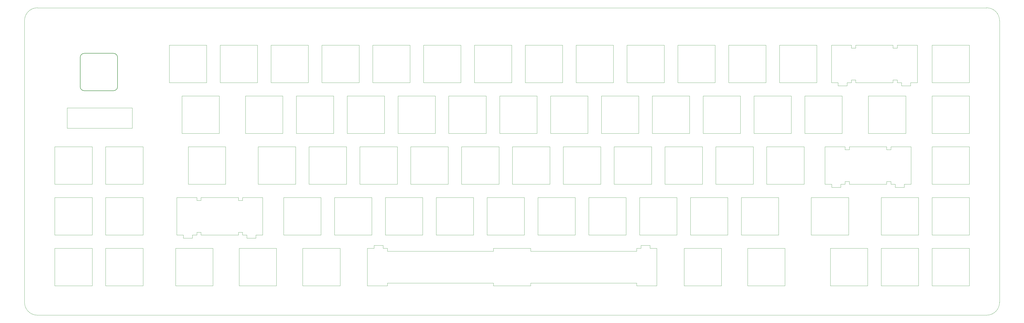
<source format=gbr>
%TF.GenerationSoftware,KiCad,Pcbnew,(5.1.6-0-10_14)*%
%TF.CreationDate,2021-09-05T19:18:27-05:00*%
%TF.ProjectId,EVO70_FR4_plate_acrylic,45564f37-305f-4465-9234-5f706c617465,rev?*%
%TF.SameCoordinates,Original*%
%TF.FileFunction,Profile,NP*%
%FSLAX46Y46*%
G04 Gerber Fmt 4.6, Leading zero omitted, Abs format (unit mm)*
G04 Created by KiCad (PCBNEW (5.1.6-0-10_14)) date 2021-09-05 19:18:27*
%MOMM*%
%LPD*%
G01*
G04 APERTURE LIST*
%TA.AperFunction,Profile*%
%ADD10C,0.150000*%
%TD*%
%TA.AperFunction,Profile*%
%ADD11C,0.050000*%
%TD*%
%TA.AperFunction,Profile*%
%ADD12C,0.100000*%
%TD*%
%TA.AperFunction,Profile*%
%ADD13C,0.120000*%
%TD*%
G04 APERTURE END LIST*
D10*
X59662500Y-127598000D02*
G75*
G03*
X61162500Y-129098000I1500000J0D01*
G01*
X72162500Y-129098000D02*
G75*
G03*
X73662500Y-127598000I0J1500000D01*
G01*
X73662500Y-116598000D02*
G75*
G03*
X72162500Y-115098000I-1500000J0D01*
G01*
X61162500Y-115098000D02*
G75*
G03*
X59662500Y-116598000I0J-1500000D01*
G01*
X59662500Y-116598000D02*
X59662500Y-127598000D01*
X72162500Y-115098000D02*
X61162500Y-115098000D01*
X73662500Y-127598000D02*
X73662500Y-116598000D01*
X61162500Y-129098000D02*
X72162500Y-129098000D01*
D11*
X79116500Y-135520500D02*
X79116500Y-143164500D01*
X54732500Y-143164500D02*
X79116500Y-143164500D01*
X54732500Y-135520500D02*
X79116500Y-135520500D01*
X54732500Y-135520500D02*
X54732500Y-143164500D01*
D12*
X399270000Y-213300000D02*
G75*
G03*
X404080000Y-208490000I0J4810000D01*
G01*
X399270000Y-213300000D02*
X43617500Y-213300000D01*
X38807500Y-208490000D02*
G75*
G03*
X43617500Y-213300000I4810000J0D01*
G01*
X38807500Y-102810000D02*
X38807500Y-208490000D01*
X43617500Y-98000000D02*
G75*
G03*
X38807500Y-102810000I0J-4810000D01*
G01*
X399270000Y-98000000D02*
X43617500Y-98000000D01*
X404080000Y-102810000D02*
G75*
G03*
X399270000Y-98000000I-4810000J0D01*
G01*
X404080000Y-102810000D02*
X404080000Y-208490000D01*
D13*
%TO.C,SW5*%
X392750000Y-145100000D02*
X392750000Y-131100000D01*
X392750000Y-145100000D02*
X378750000Y-145100000D01*
X378750000Y-145100000D02*
X378750000Y-131100000D01*
X392750000Y-131100000D02*
X378750000Y-131100000D01*
%TO.C,SW44*%
X368937500Y-131100000D02*
X354937500Y-131100000D01*
X368937500Y-145100000D02*
X368937500Y-131100000D01*
X368937500Y-145100000D02*
X354937500Y-145100000D01*
X354937500Y-145100000D02*
X354937500Y-131100000D01*
%TO.C,SW77*%
X268125000Y-201220000D02*
X268125000Y-202250000D01*
X167237500Y-188250000D02*
X169737500Y-188250000D01*
X228443750Y-202250000D02*
X214443750Y-202250000D01*
X228443750Y-201220000D02*
X268125000Y-201220000D01*
X275650000Y-188250000D02*
X275650000Y-202250000D01*
X174762500Y-188250000D02*
X174762500Y-189280000D01*
X169737500Y-188250000D02*
X169737500Y-187080000D01*
X269750000Y-188250000D02*
X269750000Y-187080000D01*
X214443750Y-188250000D02*
X228443750Y-188250000D01*
X268125000Y-202250000D02*
X275650000Y-202250000D01*
X173137500Y-187080000D02*
X173137500Y-188250000D01*
X174762500Y-201220000D02*
X174762500Y-202250000D01*
X269750000Y-187080000D02*
X273150000Y-187080000D01*
X167237500Y-202250000D02*
X167237500Y-188250000D01*
X268125000Y-188250000D02*
X269750000Y-188250000D01*
X214443750Y-189280000D02*
X214443750Y-188250000D01*
X273150000Y-188250000D02*
X275650000Y-188250000D01*
X228443750Y-188250000D02*
X228443750Y-189280000D01*
X268125000Y-189280000D02*
X268125000Y-188250000D01*
X174762500Y-202250000D02*
X167237500Y-202250000D01*
X174762500Y-189280000D02*
X214443750Y-189280000D01*
X173137500Y-188250000D02*
X174762500Y-188250000D01*
X214443750Y-201220000D02*
X174762500Y-201220000D01*
X228443750Y-189280000D02*
X268125000Y-189280000D01*
X273150000Y-187080000D02*
X273150000Y-188250000D01*
X228443750Y-202250000D02*
X228443750Y-201220000D01*
X169737500Y-187080000D02*
X173137500Y-187080000D01*
X214443750Y-202250000D02*
X214443750Y-201220000D01*
%TO.C,SW29*%
X341075000Y-126050000D02*
X341075000Y-112050000D01*
X343575000Y-126050000D02*
X341075000Y-126050000D01*
X343575000Y-127220000D02*
X343575000Y-126050000D01*
X346975000Y-127220000D02*
X343575000Y-127220000D01*
X346975000Y-126050000D02*
X346975000Y-127220000D01*
X348600000Y-126050000D02*
X346975000Y-126050000D01*
X348600000Y-125020000D02*
X348600000Y-126050000D01*
X350175000Y-125020000D02*
X348600000Y-125020000D01*
X350175000Y-126050000D02*
X350175000Y-125020000D01*
X364175000Y-126050000D02*
X350175000Y-126050000D01*
X364175000Y-125020000D02*
X364175000Y-126050000D01*
X365750000Y-125020000D02*
X364175000Y-125020000D01*
X365750000Y-126050000D02*
X365750000Y-125020000D01*
X367375000Y-126050000D02*
X365750000Y-126050000D01*
X367375000Y-127220000D02*
X367375000Y-126050000D01*
X370775000Y-127220000D02*
X367375000Y-127220000D01*
X370775000Y-126050000D02*
X370775000Y-127220000D01*
X373275000Y-126050000D02*
X370775000Y-126050000D01*
X373275000Y-112050000D02*
X373275000Y-126050000D01*
X365750000Y-112050000D02*
X373275000Y-112050000D01*
X348600000Y-112050000D02*
X341075000Y-112050000D01*
X348600000Y-113080000D02*
X348600000Y-112050000D01*
X350175000Y-113080000D02*
X348600000Y-113080000D01*
X350175000Y-112050000D02*
X350175000Y-113080000D01*
X364175000Y-112050000D02*
X364175000Y-113080000D01*
X365750000Y-113080000D02*
X365750000Y-112050000D01*
X364175000Y-113080000D02*
X365750000Y-113080000D01*
X350175000Y-112050000D02*
X364175000Y-112050000D01*
%TO.C,SW60*%
X95806250Y-183200000D02*
X95806250Y-169200000D01*
X98306250Y-183200000D02*
X95806250Y-183200000D01*
X98306250Y-184370000D02*
X98306250Y-183200000D01*
X101706250Y-184370000D02*
X98306250Y-184370000D01*
X101706250Y-183200000D02*
X101706250Y-184370000D01*
X103331250Y-183200000D02*
X101706250Y-183200000D01*
X103331250Y-182170000D02*
X103331250Y-183200000D01*
X104906250Y-182170000D02*
X103331250Y-182170000D01*
X104906250Y-183200000D02*
X104906250Y-182170000D01*
X118906250Y-183200000D02*
X104906250Y-183200000D01*
X118906250Y-182170000D02*
X118906250Y-183200000D01*
X120481250Y-182170000D02*
X118906250Y-182170000D01*
X120481250Y-183200000D02*
X120481250Y-182170000D01*
X122106250Y-183200000D02*
X120481250Y-183200000D01*
X122106250Y-184370000D02*
X122106250Y-183200000D01*
X125506250Y-184370000D02*
X122106250Y-184370000D01*
X125506250Y-183200000D02*
X125506250Y-184370000D01*
X128006250Y-183200000D02*
X125506250Y-183200000D01*
X128006250Y-169200000D02*
X128006250Y-183200000D01*
X120481250Y-169200000D02*
X128006250Y-169200000D01*
X103331250Y-169200000D02*
X95806250Y-169200000D01*
X103331250Y-170230000D02*
X103331250Y-169200000D01*
X104906250Y-170230000D02*
X103331250Y-170230000D01*
X104906250Y-169200000D02*
X104906250Y-170230000D01*
X118906250Y-169200000D02*
X118906250Y-170230000D01*
X120481250Y-170230000D02*
X120481250Y-169200000D01*
X118906250Y-170230000D02*
X120481250Y-170230000D01*
X104906250Y-169200000D02*
X118906250Y-169200000D01*
%TO.C,SW58*%
X338693750Y-164150000D02*
X338693750Y-150150000D01*
X341193750Y-164150000D02*
X338693750Y-164150000D01*
X341193750Y-165320000D02*
X341193750Y-164150000D01*
X344593750Y-165320000D02*
X341193750Y-165320000D01*
X344593750Y-164150000D02*
X344593750Y-165320000D01*
X346218750Y-164150000D02*
X344593750Y-164150000D01*
X346218750Y-163120000D02*
X346218750Y-164150000D01*
X347793750Y-163120000D02*
X346218750Y-163120000D01*
X347793750Y-164150000D02*
X347793750Y-163120000D01*
X361793750Y-164150000D02*
X347793750Y-164150000D01*
X361793750Y-163120000D02*
X361793750Y-164150000D01*
X363368750Y-163120000D02*
X361793750Y-163120000D01*
X363368750Y-164150000D02*
X363368750Y-163120000D01*
X364993750Y-164150000D02*
X363368750Y-164150000D01*
X364993750Y-165320000D02*
X364993750Y-164150000D01*
X368393750Y-165320000D02*
X364993750Y-165320000D01*
X368393750Y-164150000D02*
X368393750Y-165320000D01*
X370893750Y-164150000D02*
X368393750Y-164150000D01*
X370893750Y-150150000D02*
X370893750Y-164150000D01*
X363368750Y-150150000D02*
X370893750Y-150150000D01*
X346218750Y-150150000D02*
X338693750Y-150150000D01*
X346218750Y-151180000D02*
X346218750Y-150150000D01*
X347793750Y-151180000D02*
X346218750Y-151180000D01*
X347793750Y-150150000D02*
X347793750Y-151180000D01*
X361793750Y-150150000D02*
X361793750Y-151180000D01*
X363368750Y-151180000D02*
X363368750Y-150150000D01*
X361793750Y-151180000D02*
X363368750Y-151180000D01*
X347793750Y-150150000D02*
X361793750Y-150150000D01*
%TO.C,SW16*%
X107000000Y-126050000D02*
X107000000Y-112050000D01*
X107000000Y-126050000D02*
X93000000Y-126050000D01*
X93000000Y-126050000D02*
X93000000Y-112050000D01*
X107000000Y-112050000D02*
X93000000Y-112050000D01*
%TO.C,SW31*%
X111762500Y-131100000D02*
X97762500Y-131100000D01*
X111762500Y-145100000D02*
X111762500Y-131100000D01*
X111762500Y-145100000D02*
X97762500Y-145100000D01*
X97762500Y-145100000D02*
X97762500Y-131100000D01*
%TO.C,SW9*%
X83187500Y-202250000D02*
X83187500Y-188250000D01*
X83187500Y-202250000D02*
X69187500Y-202250000D01*
X69187500Y-202250000D02*
X69187500Y-188250000D01*
X83187500Y-188250000D02*
X69187500Y-188250000D01*
%TO.C,SW78*%
X299881250Y-188250000D02*
X285881250Y-188250000D01*
X299881250Y-202250000D02*
X299881250Y-188250000D01*
X299881250Y-202250000D02*
X285881250Y-202250000D01*
X285881250Y-202250000D02*
X285881250Y-188250000D01*
%TO.C,SW2*%
X354650000Y-202250000D02*
X354650000Y-188250000D01*
X354650000Y-202250000D02*
X340650000Y-202250000D01*
X340650000Y-202250000D02*
X340650000Y-188250000D01*
X354650000Y-188250000D02*
X340650000Y-188250000D01*
%TO.C,SW28*%
X335600000Y-126050000D02*
X335600000Y-112050000D01*
X335600000Y-126050000D02*
X321600000Y-126050000D01*
X321600000Y-126050000D02*
X321600000Y-112050000D01*
X335600000Y-112050000D02*
X321600000Y-112050000D01*
%TO.C,SW46*%
X114143750Y-150150000D02*
X100143750Y-150150000D01*
X114143750Y-164150000D02*
X114143750Y-150150000D01*
X114143750Y-164150000D02*
X100143750Y-164150000D01*
X100143750Y-164150000D02*
X100143750Y-150150000D01*
%TO.C,SW74*%
X109381250Y-188250000D02*
X95381250Y-188250000D01*
X109381250Y-202250000D02*
X109381250Y-188250000D01*
X109381250Y-202250000D02*
X95381250Y-202250000D01*
X95381250Y-202250000D02*
X95381250Y-188250000D01*
%TO.C,SW54*%
X273687500Y-164150000D02*
X273687500Y-150150000D01*
X273687500Y-164150000D02*
X259687500Y-164150000D01*
X259687500Y-164150000D02*
X259687500Y-150150000D01*
X273687500Y-150150000D02*
X259687500Y-150150000D01*
%TO.C,SW17*%
X126050000Y-126050000D02*
X126050000Y-112050000D01*
X126050000Y-126050000D02*
X112050000Y-126050000D01*
X112050000Y-126050000D02*
X112050000Y-112050000D01*
X126050000Y-112050000D02*
X112050000Y-112050000D01*
%TO.C,SW76*%
X157006250Y-188250000D02*
X143006250Y-188250000D01*
X157006250Y-202250000D02*
X157006250Y-188250000D01*
X157006250Y-202250000D02*
X143006250Y-202250000D01*
X143006250Y-202250000D02*
X143006250Y-188250000D01*
%TO.C,SW68*%
X283212500Y-183200000D02*
X283212500Y-169200000D01*
X283212500Y-183200000D02*
X269212500Y-183200000D01*
X269212500Y-183200000D02*
X269212500Y-169200000D01*
X283212500Y-169200000D02*
X269212500Y-169200000D01*
%TO.C,SW63*%
X187962500Y-183200000D02*
X187962500Y-169200000D01*
X187962500Y-183200000D02*
X173962500Y-183200000D01*
X173962500Y-183200000D02*
X173962500Y-169200000D01*
X187962500Y-169200000D02*
X173962500Y-169200000D01*
%TO.C,SW57*%
X330837500Y-164150000D02*
X330837500Y-150150000D01*
X330837500Y-164150000D02*
X316837500Y-164150000D01*
X316837500Y-164150000D02*
X316837500Y-150150000D01*
X330837500Y-150150000D02*
X316837500Y-150150000D01*
%TO.C,SW56*%
X311787500Y-164150000D02*
X311787500Y-150150000D01*
X311787500Y-164150000D02*
X297787500Y-164150000D01*
X297787500Y-164150000D02*
X297787500Y-150150000D01*
X311787500Y-150150000D02*
X297787500Y-150150000D01*
%TO.C,SW55*%
X292737500Y-164150000D02*
X292737500Y-150150000D01*
X292737500Y-164150000D02*
X278737500Y-164150000D01*
X278737500Y-164150000D02*
X278737500Y-150150000D01*
X292737500Y-150150000D02*
X278737500Y-150150000D01*
%TO.C,SW51*%
X216537500Y-164150000D02*
X216537500Y-150150000D01*
X216537500Y-164150000D02*
X202537500Y-164150000D01*
X202537500Y-164150000D02*
X202537500Y-150150000D01*
X216537500Y-150150000D02*
X202537500Y-150150000D01*
%TO.C,SW48*%
X159387500Y-164150000D02*
X159387500Y-150150000D01*
X159387500Y-164150000D02*
X145387500Y-164150000D01*
X145387500Y-164150000D02*
X145387500Y-150150000D01*
X159387500Y-150150000D02*
X145387500Y-150150000D01*
%TO.C,SW43*%
X345125000Y-145100000D02*
X345125000Y-131100000D01*
X345125000Y-145100000D02*
X331125000Y-145100000D01*
X331125000Y-145100000D02*
X331125000Y-131100000D01*
X345125000Y-131100000D02*
X331125000Y-131100000D01*
%TO.C,SW42*%
X326075000Y-145100000D02*
X326075000Y-131100000D01*
X326075000Y-145100000D02*
X312075000Y-145100000D01*
X312075000Y-145100000D02*
X312075000Y-131100000D01*
X326075000Y-131100000D02*
X312075000Y-131100000D01*
%TO.C,SW41*%
X307025000Y-145100000D02*
X307025000Y-131100000D01*
X307025000Y-145100000D02*
X293025000Y-145100000D01*
X293025000Y-145100000D02*
X293025000Y-131100000D01*
X307025000Y-131100000D02*
X293025000Y-131100000D01*
%TO.C,SW37*%
X230825000Y-145100000D02*
X230825000Y-131100000D01*
X230825000Y-145100000D02*
X216825000Y-145100000D01*
X216825000Y-145100000D02*
X216825000Y-131100000D01*
X230825000Y-131100000D02*
X216825000Y-131100000D01*
%TO.C,SW4*%
X392750000Y-126050000D02*
X392750000Y-112050000D01*
X392750000Y-126050000D02*
X378750000Y-126050000D01*
X378750000Y-126050000D02*
X378750000Y-112050000D01*
X392750000Y-112050000D02*
X378750000Y-112050000D01*
%TO.C,SW27*%
X316550000Y-126050000D02*
X316550000Y-112050000D01*
X316550000Y-126050000D02*
X302550000Y-126050000D01*
X302550000Y-126050000D02*
X302550000Y-112050000D01*
X316550000Y-112050000D02*
X302550000Y-112050000D01*
%TO.C,SW24*%
X259400000Y-126050000D02*
X259400000Y-112050000D01*
X259400000Y-126050000D02*
X245400000Y-126050000D01*
X245400000Y-126050000D02*
X245400000Y-112050000D01*
X259400000Y-112050000D02*
X245400000Y-112050000D01*
%TO.C,SW22*%
X221300000Y-126050000D02*
X221300000Y-112050000D01*
X221300000Y-126050000D02*
X207300000Y-126050000D01*
X207300000Y-126050000D02*
X207300000Y-112050000D01*
X221300000Y-112050000D02*
X207300000Y-112050000D01*
%TO.C,SW79*%
X323693750Y-188250000D02*
X309693750Y-188250000D01*
X323693750Y-202250000D02*
X323693750Y-188250000D01*
X323693750Y-202250000D02*
X309693750Y-202250000D01*
X309693750Y-202250000D02*
X309693750Y-188250000D01*
%TO.C,SW33*%
X154625000Y-145100000D02*
X154625000Y-131100000D01*
X154625000Y-145100000D02*
X140625000Y-145100000D01*
X140625000Y-145100000D02*
X140625000Y-131100000D01*
X154625000Y-131100000D02*
X140625000Y-131100000D01*
%TO.C,SW36*%
X211716250Y-145100000D02*
X211716250Y-131100000D01*
X211716250Y-145100000D02*
X197716250Y-145100000D01*
X197716250Y-145100000D02*
X197716250Y-131100000D01*
X211716250Y-131100000D02*
X197716250Y-131100000D01*
%TO.C,SW25*%
X278450000Y-126050000D02*
X278450000Y-112050000D01*
X278450000Y-126050000D02*
X264450000Y-126050000D01*
X264450000Y-126050000D02*
X264450000Y-112050000D01*
X278450000Y-112050000D02*
X264450000Y-112050000D01*
%TO.C,SW38*%
X249875000Y-145100000D02*
X249875000Y-131100000D01*
X249875000Y-145100000D02*
X235875000Y-145100000D01*
X235875000Y-145100000D02*
X235875000Y-131100000D01*
X249875000Y-131100000D02*
X235875000Y-131100000D01*
%TO.C,SW18*%
X145100000Y-126050000D02*
X145100000Y-112050000D01*
X145100000Y-126050000D02*
X131100000Y-126050000D01*
X131100000Y-126050000D02*
X131100000Y-112050000D01*
X145100000Y-112050000D02*
X131100000Y-112050000D01*
%TO.C,SW19*%
X164150000Y-126050000D02*
X164150000Y-112050000D01*
X164150000Y-126050000D02*
X150150000Y-126050000D01*
X150150000Y-126050000D02*
X150150000Y-112050000D01*
X164150000Y-112050000D02*
X150150000Y-112050000D01*
%TO.C,SW20*%
X183200000Y-126050000D02*
X183200000Y-112050000D01*
X183200000Y-126050000D02*
X169200000Y-126050000D01*
X169200000Y-126050000D02*
X169200000Y-112050000D01*
X183200000Y-112050000D02*
X169200000Y-112050000D01*
%TO.C,SW21*%
X202250000Y-126050000D02*
X202250000Y-112050000D01*
X202250000Y-126050000D02*
X188250000Y-126050000D01*
X188250000Y-126050000D02*
X188250000Y-112050000D01*
X202250000Y-112050000D02*
X188250000Y-112050000D01*
%TO.C,SW23*%
X240350000Y-126050000D02*
X240350000Y-112050000D01*
X240350000Y-126050000D02*
X226350000Y-126050000D01*
X226350000Y-126050000D02*
X226350000Y-112050000D01*
X240350000Y-112050000D02*
X226350000Y-112050000D01*
%TO.C,SW26*%
X297500000Y-126050000D02*
X297500000Y-112050000D01*
X297500000Y-126050000D02*
X283500000Y-126050000D01*
X283500000Y-126050000D02*
X283500000Y-112050000D01*
X297500000Y-112050000D02*
X283500000Y-112050000D01*
%TO.C,SW32*%
X135575000Y-145100000D02*
X135575000Y-131100000D01*
X135575000Y-145100000D02*
X121575000Y-145100000D01*
X121575000Y-145100000D02*
X121575000Y-131100000D01*
X135575000Y-131100000D02*
X121575000Y-131100000D01*
%TO.C,SW34*%
X173675000Y-145100000D02*
X173675000Y-131100000D01*
X173675000Y-145100000D02*
X159675000Y-145100000D01*
X159675000Y-145100000D02*
X159675000Y-131100000D01*
X173675000Y-131100000D02*
X159675000Y-131100000D01*
%TO.C,SW35*%
X192725000Y-145100000D02*
X192725000Y-131100000D01*
X192725000Y-145100000D02*
X178725000Y-145100000D01*
X178725000Y-145100000D02*
X178725000Y-131100000D01*
X192725000Y-131100000D02*
X178725000Y-131100000D01*
%TO.C,SW39*%
X268925000Y-145100000D02*
X268925000Y-131100000D01*
X268925000Y-145100000D02*
X254925000Y-145100000D01*
X254925000Y-145100000D02*
X254925000Y-131100000D01*
X268925000Y-131100000D02*
X254925000Y-131100000D01*
%TO.C,SW40*%
X287975000Y-145100000D02*
X287975000Y-131100000D01*
X287975000Y-145100000D02*
X273975000Y-145100000D01*
X273975000Y-145100000D02*
X273975000Y-131100000D01*
X287975000Y-131100000D02*
X273975000Y-131100000D01*
%TO.C,SW47*%
X140337500Y-164150000D02*
X140337500Y-150150000D01*
X140337500Y-164150000D02*
X126337500Y-164150000D01*
X126337500Y-164150000D02*
X126337500Y-150150000D01*
X140337500Y-150150000D02*
X126337500Y-150150000D01*
%TO.C,SW49*%
X178437500Y-164150000D02*
X178437500Y-150150000D01*
X178437500Y-164150000D02*
X164437500Y-164150000D01*
X164437500Y-164150000D02*
X164437500Y-150150000D01*
X178437500Y-150150000D02*
X164437500Y-150150000D01*
%TO.C,SW50*%
X197487500Y-164150000D02*
X197487500Y-150150000D01*
X197487500Y-164150000D02*
X183487500Y-164150000D01*
X183487500Y-164150000D02*
X183487500Y-150150000D01*
X197487500Y-150150000D02*
X183487500Y-150150000D01*
%TO.C,SW52*%
X235587500Y-164150000D02*
X235587500Y-150150000D01*
X235587500Y-164150000D02*
X221587500Y-164150000D01*
X221587500Y-164150000D02*
X221587500Y-150150000D01*
X235587500Y-150150000D02*
X221587500Y-150150000D01*
%TO.C,SW53*%
X254637500Y-164150000D02*
X254637500Y-150150000D01*
X254637500Y-164150000D02*
X240637500Y-164150000D01*
X240637500Y-164150000D02*
X240637500Y-150150000D01*
X254637500Y-150150000D02*
X240637500Y-150150000D01*
%TO.C,SW61*%
X149862500Y-183200000D02*
X149862500Y-169200000D01*
X149862500Y-183200000D02*
X135862500Y-183200000D01*
X135862500Y-183200000D02*
X135862500Y-169200000D01*
X149862500Y-169200000D02*
X135862500Y-169200000D01*
%TO.C,SW62*%
X168912500Y-183200000D02*
X168912500Y-169200000D01*
X168912500Y-183200000D02*
X154912500Y-183200000D01*
X154912500Y-183200000D02*
X154912500Y-169200000D01*
X168912500Y-169200000D02*
X154912500Y-169200000D01*
%TO.C,SW64*%
X207012500Y-183200000D02*
X207012500Y-169200000D01*
X207012500Y-183200000D02*
X193012500Y-183200000D01*
X193012500Y-183200000D02*
X193012500Y-169200000D01*
X207012500Y-169200000D02*
X193012500Y-169200000D01*
%TO.C,SW65*%
X226062500Y-183200000D02*
X226062500Y-169200000D01*
X226062500Y-183200000D02*
X212062500Y-183200000D01*
X212062500Y-183200000D02*
X212062500Y-169200000D01*
X226062500Y-169200000D02*
X212062500Y-169200000D01*
%TO.C,SW66*%
X245112500Y-183200000D02*
X245112500Y-169200000D01*
X245112500Y-183200000D02*
X231112500Y-183200000D01*
X231112500Y-183200000D02*
X231112500Y-169200000D01*
X245112500Y-169200000D02*
X231112500Y-169200000D01*
%TO.C,SW67*%
X264162500Y-183200000D02*
X264162500Y-169200000D01*
X264162500Y-183200000D02*
X250162500Y-183200000D01*
X250162500Y-183200000D02*
X250162500Y-169200000D01*
X264162500Y-169200000D02*
X250162500Y-169200000D01*
%TO.C,SW69*%
X302262500Y-183200000D02*
X302262500Y-169200000D01*
X302262500Y-183200000D02*
X288262500Y-183200000D01*
X288262500Y-183200000D02*
X288262500Y-169200000D01*
X302262500Y-169200000D02*
X288262500Y-169200000D01*
%TO.C,SW70*%
X321312500Y-183200000D02*
X321312500Y-169200000D01*
X321312500Y-183200000D02*
X307312500Y-183200000D01*
X307312500Y-183200000D02*
X307312500Y-169200000D01*
X321312500Y-169200000D02*
X307312500Y-169200000D01*
%TO.C,SW1*%
X373700000Y-183200000D02*
X373700000Y-169200000D01*
X373700000Y-183200000D02*
X359700000Y-183200000D01*
X359700000Y-183200000D02*
X359700000Y-169200000D01*
X373700000Y-169200000D02*
X359700000Y-169200000D01*
%TO.C,SW3*%
X373700000Y-202250000D02*
X373700000Y-188250000D01*
X373700000Y-202250000D02*
X359700000Y-202250000D01*
X359700000Y-202250000D02*
X359700000Y-188250000D01*
X373700000Y-188250000D02*
X359700000Y-188250000D01*
%TO.C,SW6*%
X392750000Y-164150000D02*
X392750000Y-150150000D01*
X392750000Y-164150000D02*
X378750000Y-164150000D01*
X378750000Y-164150000D02*
X378750000Y-150150000D01*
X392750000Y-150150000D02*
X378750000Y-150150000D01*
%TO.C,SW7*%
X392750000Y-183200000D02*
X392750000Y-169200000D01*
X392750000Y-183200000D02*
X378750000Y-183200000D01*
X378750000Y-183200000D02*
X378750000Y-169200000D01*
X392750000Y-169200000D02*
X378750000Y-169200000D01*
%TO.C,SW8*%
X392750000Y-202250000D02*
X392750000Y-188250000D01*
X392750000Y-202250000D02*
X378750000Y-202250000D01*
X378750000Y-202250000D02*
X378750000Y-188250000D01*
X392750000Y-188250000D02*
X378750000Y-188250000D01*
%TO.C,SW75*%
X133193750Y-188250000D02*
X119193750Y-188250000D01*
X133193750Y-202250000D02*
X133193750Y-188250000D01*
X133193750Y-202250000D02*
X119193750Y-202250000D01*
X119193750Y-202250000D02*
X119193750Y-188250000D01*
%TO.C,SW71*%
X347506250Y-169200000D02*
X333506250Y-169200000D01*
X347506250Y-183200000D02*
X347506250Y-169200000D01*
X347506250Y-183200000D02*
X333506250Y-183200000D01*
X333506250Y-183200000D02*
X333506250Y-169200000D01*
%TO.C,SW10*%
X64137500Y-183200000D02*
X64137500Y-169200000D01*
X64137500Y-183200000D02*
X50137500Y-183200000D01*
X50137500Y-183200000D02*
X50137500Y-169200000D01*
X64137500Y-169200000D02*
X50137500Y-169200000D01*
%TO.C,SW11*%
X83187500Y-183200000D02*
X83187500Y-169200000D01*
X83187500Y-183200000D02*
X69187500Y-183200000D01*
X69187500Y-183200000D02*
X69187500Y-169200000D01*
X83187500Y-169200000D02*
X69187500Y-169200000D01*
%TO.C,SW12*%
X64137500Y-202250000D02*
X64137500Y-188250000D01*
X64137500Y-202250000D02*
X50137500Y-202250000D01*
X50137500Y-202250000D02*
X50137500Y-188250000D01*
X64137500Y-188250000D02*
X50137500Y-188250000D01*
%TO.C,SW13*%
X64137500Y-164150000D02*
X64137500Y-150150000D01*
X64137500Y-164150000D02*
X50137500Y-164150000D01*
X50137500Y-164150000D02*
X50137500Y-150150000D01*
X64137500Y-150150000D02*
X50137500Y-150150000D01*
%TO.C,SW14*%
X83187500Y-164150000D02*
X83187500Y-150150000D01*
X83187500Y-164150000D02*
X69187500Y-164150000D01*
X69187500Y-164150000D02*
X69187500Y-150150000D01*
X83187500Y-150150000D02*
X69187500Y-150150000D01*
%TD*%
M02*

</source>
